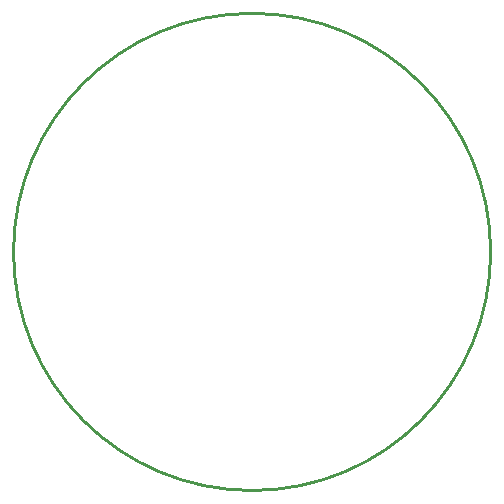
<source format=gbr>
%TF.GenerationSoftware,KiCad,Pcbnew,9.0.4*%
%TF.CreationDate,2025-08-27T15:07:24+05:30*%
%TF.ProjectId,KthDesign.kicad_pcb_3,4b746844-6573-4696-976e-2e6b69636164,rev?*%
%TF.SameCoordinates,Original*%
%TF.FileFunction,Profile,NP*%
%FSLAX46Y46*%
G04 Gerber Fmt 4.6, Leading zero omitted, Abs format (unit mm)*
G04 Created by KiCad (PCBNEW 9.0.4) date 2025-08-27 15:07:24*
%MOMM*%
%LPD*%
G01*
G04 APERTURE LIST*
%TA.AperFunction,Profile*%
%ADD10C,0.254000*%
%TD*%
G04 APERTURE END LIST*
D10*
X159954000Y-90678000D02*
G75*
G02*
X119554000Y-90678000I-20200000J0D01*
G01*
X119554000Y-90678000D02*
G75*
G02*
X159954000Y-90678000I20200000J0D01*
G01*
M02*

</source>
